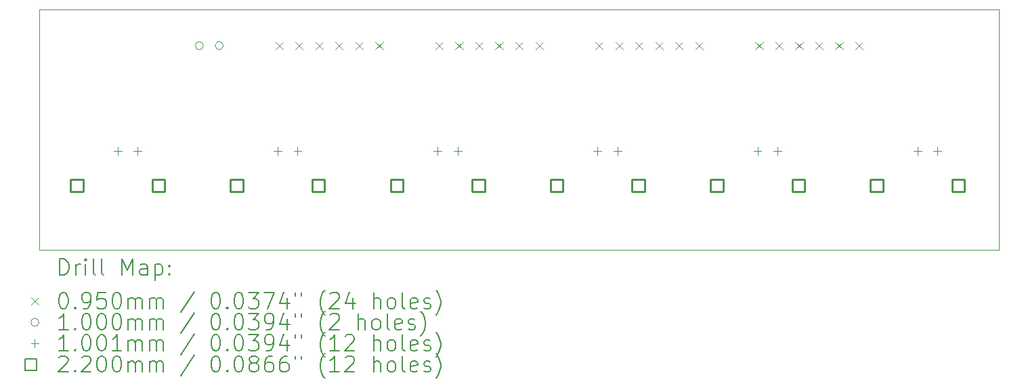
<source format=gbr>
%TF.GenerationSoftware,KiCad,Pcbnew,7.0.8*%
%TF.CreationDate,2024-02-13T18:25:40+01:00*%
%TF.ProjectId,BlankingRelay_Top1,426c616e-6b69-46e6-9752-656c61795f54,rev?*%
%TF.SameCoordinates,Original*%
%TF.FileFunction,Drillmap*%
%TF.FilePolarity,Positive*%
%FSLAX45Y45*%
G04 Gerber Fmt 4.5, Leading zero omitted, Abs format (unit mm)*
G04 Created by KiCad (PCBNEW 7.0.8) date 2024-02-13 18:25:40*
%MOMM*%
%LPD*%
G01*
G04 APERTURE LIST*
%ADD10C,0.100000*%
%ADD11C,0.200000*%
%ADD12C,0.095000*%
%ADD13C,0.100076*%
%ADD14C,0.219964*%
G04 APERTURE END LIST*
D10*
X5000000Y-5500000D02*
X17000000Y-5500000D01*
X17000000Y-8500000D01*
X5000000Y-8500000D01*
X5000000Y-5500000D01*
D11*
D12*
X7952500Y-5902500D02*
X8047500Y-5997500D01*
X8047500Y-5902500D02*
X7952500Y-5997500D01*
X8202500Y-5902500D02*
X8297500Y-5997500D01*
X8297500Y-5902500D02*
X8202500Y-5997500D01*
X8452500Y-5902500D02*
X8547500Y-5997500D01*
X8547500Y-5902500D02*
X8452500Y-5997500D01*
X8702500Y-5902500D02*
X8797500Y-5997500D01*
X8797500Y-5902500D02*
X8702500Y-5997500D01*
X8952500Y-5902500D02*
X9047500Y-5997500D01*
X9047500Y-5902500D02*
X8952500Y-5997500D01*
X9202500Y-5902500D02*
X9297500Y-5997500D01*
X9297500Y-5902500D02*
X9202500Y-5997500D01*
X9952500Y-5902500D02*
X10047500Y-5997500D01*
X10047500Y-5902500D02*
X9952500Y-5997500D01*
X10202500Y-5902500D02*
X10297500Y-5997500D01*
X10297500Y-5902500D02*
X10202500Y-5997500D01*
X10452500Y-5902500D02*
X10547500Y-5997500D01*
X10547500Y-5902500D02*
X10452500Y-5997500D01*
X10702500Y-5902500D02*
X10797500Y-5997500D01*
X10797500Y-5902500D02*
X10702500Y-5997500D01*
X10952500Y-5902500D02*
X11047500Y-5997500D01*
X11047500Y-5902500D02*
X10952500Y-5997500D01*
X11202500Y-5902500D02*
X11297500Y-5997500D01*
X11297500Y-5902500D02*
X11202500Y-5997500D01*
X11952500Y-5902500D02*
X12047500Y-5997500D01*
X12047500Y-5902500D02*
X11952500Y-5997500D01*
X12202500Y-5902500D02*
X12297500Y-5997500D01*
X12297500Y-5902500D02*
X12202500Y-5997500D01*
X12452500Y-5902500D02*
X12547500Y-5997500D01*
X12547500Y-5902500D02*
X12452500Y-5997500D01*
X12702500Y-5902500D02*
X12797500Y-5997500D01*
X12797500Y-5902500D02*
X12702500Y-5997500D01*
X12952500Y-5902500D02*
X13047500Y-5997500D01*
X13047500Y-5902500D02*
X12952500Y-5997500D01*
X13202500Y-5902500D02*
X13297500Y-5997500D01*
X13297500Y-5902500D02*
X13202500Y-5997500D01*
X13952500Y-5902500D02*
X14047500Y-5997500D01*
X14047500Y-5902500D02*
X13952500Y-5997500D01*
X14202500Y-5902500D02*
X14297500Y-5997500D01*
X14297500Y-5902500D02*
X14202500Y-5997500D01*
X14452500Y-5902500D02*
X14547500Y-5997500D01*
X14547500Y-5902500D02*
X14452500Y-5997500D01*
X14702500Y-5902500D02*
X14797500Y-5997500D01*
X14797500Y-5902500D02*
X14702500Y-5997500D01*
X14952500Y-5902500D02*
X15047500Y-5997500D01*
X15047500Y-5902500D02*
X14952500Y-5997500D01*
X15202500Y-5902500D02*
X15297500Y-5997500D01*
X15297500Y-5902500D02*
X15202500Y-5997500D01*
D10*
X7050000Y-5950000D02*
G75*
G03*
X7050000Y-5950000I-50000J0D01*
G01*
X7300000Y-5950000D02*
G75*
G03*
X7300000Y-5950000I-50000J0D01*
G01*
D13*
X5980000Y-7219836D02*
X5980000Y-7319912D01*
X5929962Y-7269874D02*
X6030038Y-7269874D01*
X6229936Y-7219836D02*
X6229936Y-7319912D01*
X6179898Y-7269874D02*
X6279974Y-7269874D01*
X7980000Y-7219836D02*
X7980000Y-7319912D01*
X7929962Y-7269874D02*
X8030038Y-7269874D01*
X8229936Y-7219836D02*
X8229936Y-7319912D01*
X8179898Y-7269874D02*
X8279974Y-7269874D01*
X9980000Y-7219836D02*
X9980000Y-7319912D01*
X9929962Y-7269874D02*
X10030038Y-7269874D01*
X10229936Y-7219836D02*
X10229936Y-7319912D01*
X10179898Y-7269874D02*
X10279974Y-7269874D01*
X11980000Y-7219836D02*
X11980000Y-7319912D01*
X11929962Y-7269874D02*
X12030038Y-7269874D01*
X12229936Y-7219836D02*
X12229936Y-7319912D01*
X12179898Y-7269874D02*
X12279974Y-7269874D01*
X13980000Y-7219836D02*
X13980000Y-7319912D01*
X13929962Y-7269874D02*
X14030038Y-7269874D01*
X14229936Y-7219836D02*
X14229936Y-7319912D01*
X14179898Y-7269874D02*
X14279974Y-7269874D01*
X15980000Y-7219836D02*
X15980000Y-7319912D01*
X15929962Y-7269874D02*
X16030038Y-7269874D01*
X16229936Y-7219836D02*
X16229936Y-7319912D01*
X16179898Y-7269874D02*
X16279974Y-7269874D01*
D14*
X5547738Y-7774110D02*
X5547738Y-7618570D01*
X5392198Y-7618570D01*
X5392198Y-7774110D01*
X5547738Y-7774110D01*
X6567548Y-7774110D02*
X6567548Y-7618570D01*
X6412008Y-7618570D01*
X6412008Y-7774110D01*
X6567548Y-7774110D01*
X7547738Y-7774110D02*
X7547738Y-7618570D01*
X7392198Y-7618570D01*
X7392198Y-7774110D01*
X7547738Y-7774110D01*
X8567548Y-7774110D02*
X8567548Y-7618570D01*
X8412008Y-7618570D01*
X8412008Y-7774110D01*
X8567548Y-7774110D01*
X9547738Y-7774110D02*
X9547738Y-7618570D01*
X9392198Y-7618570D01*
X9392198Y-7774110D01*
X9547738Y-7774110D01*
X10567548Y-7774110D02*
X10567548Y-7618570D01*
X10412008Y-7618570D01*
X10412008Y-7774110D01*
X10567548Y-7774110D01*
X11547738Y-7774110D02*
X11547738Y-7618570D01*
X11392198Y-7618570D01*
X11392198Y-7774110D01*
X11547738Y-7774110D01*
X12567548Y-7774110D02*
X12567548Y-7618570D01*
X12412008Y-7618570D01*
X12412008Y-7774110D01*
X12567548Y-7774110D01*
X13547738Y-7774110D02*
X13547738Y-7618570D01*
X13392198Y-7618570D01*
X13392198Y-7774110D01*
X13547738Y-7774110D01*
X14567548Y-7774110D02*
X14567548Y-7618570D01*
X14412008Y-7618570D01*
X14412008Y-7774110D01*
X14567548Y-7774110D01*
X15547738Y-7774110D02*
X15547738Y-7618570D01*
X15392198Y-7618570D01*
X15392198Y-7774110D01*
X15547738Y-7774110D01*
X16567548Y-7774110D02*
X16567548Y-7618570D01*
X16412008Y-7618570D01*
X16412008Y-7774110D01*
X16567548Y-7774110D01*
D11*
X5255777Y-8816484D02*
X5255777Y-8616484D01*
X5255777Y-8616484D02*
X5303396Y-8616484D01*
X5303396Y-8616484D02*
X5331967Y-8626008D01*
X5331967Y-8626008D02*
X5351015Y-8645055D01*
X5351015Y-8645055D02*
X5360539Y-8664103D01*
X5360539Y-8664103D02*
X5370063Y-8702198D01*
X5370063Y-8702198D02*
X5370063Y-8730770D01*
X5370063Y-8730770D02*
X5360539Y-8768865D01*
X5360539Y-8768865D02*
X5351015Y-8787912D01*
X5351015Y-8787912D02*
X5331967Y-8806960D01*
X5331967Y-8806960D02*
X5303396Y-8816484D01*
X5303396Y-8816484D02*
X5255777Y-8816484D01*
X5455777Y-8816484D02*
X5455777Y-8683150D01*
X5455777Y-8721246D02*
X5465301Y-8702198D01*
X5465301Y-8702198D02*
X5474824Y-8692674D01*
X5474824Y-8692674D02*
X5493872Y-8683150D01*
X5493872Y-8683150D02*
X5512920Y-8683150D01*
X5579586Y-8816484D02*
X5579586Y-8683150D01*
X5579586Y-8616484D02*
X5570063Y-8626008D01*
X5570063Y-8626008D02*
X5579586Y-8635531D01*
X5579586Y-8635531D02*
X5589110Y-8626008D01*
X5589110Y-8626008D02*
X5579586Y-8616484D01*
X5579586Y-8616484D02*
X5579586Y-8635531D01*
X5703396Y-8816484D02*
X5684348Y-8806960D01*
X5684348Y-8806960D02*
X5674824Y-8787912D01*
X5674824Y-8787912D02*
X5674824Y-8616484D01*
X5808158Y-8816484D02*
X5789110Y-8806960D01*
X5789110Y-8806960D02*
X5779586Y-8787912D01*
X5779586Y-8787912D02*
X5779586Y-8616484D01*
X6036729Y-8816484D02*
X6036729Y-8616484D01*
X6036729Y-8616484D02*
X6103396Y-8759341D01*
X6103396Y-8759341D02*
X6170062Y-8616484D01*
X6170062Y-8616484D02*
X6170062Y-8816484D01*
X6351015Y-8816484D02*
X6351015Y-8711722D01*
X6351015Y-8711722D02*
X6341491Y-8692674D01*
X6341491Y-8692674D02*
X6322443Y-8683150D01*
X6322443Y-8683150D02*
X6284348Y-8683150D01*
X6284348Y-8683150D02*
X6265301Y-8692674D01*
X6351015Y-8806960D02*
X6331967Y-8816484D01*
X6331967Y-8816484D02*
X6284348Y-8816484D01*
X6284348Y-8816484D02*
X6265301Y-8806960D01*
X6265301Y-8806960D02*
X6255777Y-8787912D01*
X6255777Y-8787912D02*
X6255777Y-8768865D01*
X6255777Y-8768865D02*
X6265301Y-8749817D01*
X6265301Y-8749817D02*
X6284348Y-8740293D01*
X6284348Y-8740293D02*
X6331967Y-8740293D01*
X6331967Y-8740293D02*
X6351015Y-8730770D01*
X6446253Y-8683150D02*
X6446253Y-8883150D01*
X6446253Y-8692674D02*
X6465301Y-8683150D01*
X6465301Y-8683150D02*
X6503396Y-8683150D01*
X6503396Y-8683150D02*
X6522443Y-8692674D01*
X6522443Y-8692674D02*
X6531967Y-8702198D01*
X6531967Y-8702198D02*
X6541491Y-8721246D01*
X6541491Y-8721246D02*
X6541491Y-8778389D01*
X6541491Y-8778389D02*
X6531967Y-8797436D01*
X6531967Y-8797436D02*
X6522443Y-8806960D01*
X6522443Y-8806960D02*
X6503396Y-8816484D01*
X6503396Y-8816484D02*
X6465301Y-8816484D01*
X6465301Y-8816484D02*
X6446253Y-8806960D01*
X6627205Y-8797436D02*
X6636729Y-8806960D01*
X6636729Y-8806960D02*
X6627205Y-8816484D01*
X6627205Y-8816484D02*
X6617682Y-8806960D01*
X6617682Y-8806960D02*
X6627205Y-8797436D01*
X6627205Y-8797436D02*
X6627205Y-8816484D01*
X6627205Y-8692674D02*
X6636729Y-8702198D01*
X6636729Y-8702198D02*
X6627205Y-8711722D01*
X6627205Y-8711722D02*
X6617682Y-8702198D01*
X6617682Y-8702198D02*
X6627205Y-8692674D01*
X6627205Y-8692674D02*
X6627205Y-8711722D01*
D12*
X4900000Y-9097500D02*
X4995000Y-9192500D01*
X4995000Y-9097500D02*
X4900000Y-9192500D01*
D11*
X5293872Y-9036484D02*
X5312920Y-9036484D01*
X5312920Y-9036484D02*
X5331967Y-9046008D01*
X5331967Y-9046008D02*
X5341491Y-9055531D01*
X5341491Y-9055531D02*
X5351015Y-9074579D01*
X5351015Y-9074579D02*
X5360539Y-9112674D01*
X5360539Y-9112674D02*
X5360539Y-9160293D01*
X5360539Y-9160293D02*
X5351015Y-9198389D01*
X5351015Y-9198389D02*
X5341491Y-9217436D01*
X5341491Y-9217436D02*
X5331967Y-9226960D01*
X5331967Y-9226960D02*
X5312920Y-9236484D01*
X5312920Y-9236484D02*
X5293872Y-9236484D01*
X5293872Y-9236484D02*
X5274824Y-9226960D01*
X5274824Y-9226960D02*
X5265301Y-9217436D01*
X5265301Y-9217436D02*
X5255777Y-9198389D01*
X5255777Y-9198389D02*
X5246253Y-9160293D01*
X5246253Y-9160293D02*
X5246253Y-9112674D01*
X5246253Y-9112674D02*
X5255777Y-9074579D01*
X5255777Y-9074579D02*
X5265301Y-9055531D01*
X5265301Y-9055531D02*
X5274824Y-9046008D01*
X5274824Y-9046008D02*
X5293872Y-9036484D01*
X5446253Y-9217436D02*
X5455777Y-9226960D01*
X5455777Y-9226960D02*
X5446253Y-9236484D01*
X5446253Y-9236484D02*
X5436729Y-9226960D01*
X5436729Y-9226960D02*
X5446253Y-9217436D01*
X5446253Y-9217436D02*
X5446253Y-9236484D01*
X5551015Y-9236484D02*
X5589110Y-9236484D01*
X5589110Y-9236484D02*
X5608158Y-9226960D01*
X5608158Y-9226960D02*
X5617682Y-9217436D01*
X5617682Y-9217436D02*
X5636729Y-9188865D01*
X5636729Y-9188865D02*
X5646253Y-9150770D01*
X5646253Y-9150770D02*
X5646253Y-9074579D01*
X5646253Y-9074579D02*
X5636729Y-9055531D01*
X5636729Y-9055531D02*
X5627205Y-9046008D01*
X5627205Y-9046008D02*
X5608158Y-9036484D01*
X5608158Y-9036484D02*
X5570063Y-9036484D01*
X5570063Y-9036484D02*
X5551015Y-9046008D01*
X5551015Y-9046008D02*
X5541491Y-9055531D01*
X5541491Y-9055531D02*
X5531967Y-9074579D01*
X5531967Y-9074579D02*
X5531967Y-9122198D01*
X5531967Y-9122198D02*
X5541491Y-9141246D01*
X5541491Y-9141246D02*
X5551015Y-9150770D01*
X5551015Y-9150770D02*
X5570063Y-9160293D01*
X5570063Y-9160293D02*
X5608158Y-9160293D01*
X5608158Y-9160293D02*
X5627205Y-9150770D01*
X5627205Y-9150770D02*
X5636729Y-9141246D01*
X5636729Y-9141246D02*
X5646253Y-9122198D01*
X5827205Y-9036484D02*
X5731967Y-9036484D01*
X5731967Y-9036484D02*
X5722443Y-9131722D01*
X5722443Y-9131722D02*
X5731967Y-9122198D01*
X5731967Y-9122198D02*
X5751015Y-9112674D01*
X5751015Y-9112674D02*
X5798634Y-9112674D01*
X5798634Y-9112674D02*
X5817682Y-9122198D01*
X5817682Y-9122198D02*
X5827205Y-9131722D01*
X5827205Y-9131722D02*
X5836729Y-9150770D01*
X5836729Y-9150770D02*
X5836729Y-9198389D01*
X5836729Y-9198389D02*
X5827205Y-9217436D01*
X5827205Y-9217436D02*
X5817682Y-9226960D01*
X5817682Y-9226960D02*
X5798634Y-9236484D01*
X5798634Y-9236484D02*
X5751015Y-9236484D01*
X5751015Y-9236484D02*
X5731967Y-9226960D01*
X5731967Y-9226960D02*
X5722443Y-9217436D01*
X5960539Y-9036484D02*
X5979586Y-9036484D01*
X5979586Y-9036484D02*
X5998634Y-9046008D01*
X5998634Y-9046008D02*
X6008158Y-9055531D01*
X6008158Y-9055531D02*
X6017682Y-9074579D01*
X6017682Y-9074579D02*
X6027205Y-9112674D01*
X6027205Y-9112674D02*
X6027205Y-9160293D01*
X6027205Y-9160293D02*
X6017682Y-9198389D01*
X6017682Y-9198389D02*
X6008158Y-9217436D01*
X6008158Y-9217436D02*
X5998634Y-9226960D01*
X5998634Y-9226960D02*
X5979586Y-9236484D01*
X5979586Y-9236484D02*
X5960539Y-9236484D01*
X5960539Y-9236484D02*
X5941491Y-9226960D01*
X5941491Y-9226960D02*
X5931967Y-9217436D01*
X5931967Y-9217436D02*
X5922443Y-9198389D01*
X5922443Y-9198389D02*
X5912920Y-9160293D01*
X5912920Y-9160293D02*
X5912920Y-9112674D01*
X5912920Y-9112674D02*
X5922443Y-9074579D01*
X5922443Y-9074579D02*
X5931967Y-9055531D01*
X5931967Y-9055531D02*
X5941491Y-9046008D01*
X5941491Y-9046008D02*
X5960539Y-9036484D01*
X6112920Y-9236484D02*
X6112920Y-9103150D01*
X6112920Y-9122198D02*
X6122443Y-9112674D01*
X6122443Y-9112674D02*
X6141491Y-9103150D01*
X6141491Y-9103150D02*
X6170063Y-9103150D01*
X6170063Y-9103150D02*
X6189110Y-9112674D01*
X6189110Y-9112674D02*
X6198634Y-9131722D01*
X6198634Y-9131722D02*
X6198634Y-9236484D01*
X6198634Y-9131722D02*
X6208158Y-9112674D01*
X6208158Y-9112674D02*
X6227205Y-9103150D01*
X6227205Y-9103150D02*
X6255777Y-9103150D01*
X6255777Y-9103150D02*
X6274824Y-9112674D01*
X6274824Y-9112674D02*
X6284348Y-9131722D01*
X6284348Y-9131722D02*
X6284348Y-9236484D01*
X6379586Y-9236484D02*
X6379586Y-9103150D01*
X6379586Y-9122198D02*
X6389110Y-9112674D01*
X6389110Y-9112674D02*
X6408158Y-9103150D01*
X6408158Y-9103150D02*
X6436729Y-9103150D01*
X6436729Y-9103150D02*
X6455777Y-9112674D01*
X6455777Y-9112674D02*
X6465301Y-9131722D01*
X6465301Y-9131722D02*
X6465301Y-9236484D01*
X6465301Y-9131722D02*
X6474824Y-9112674D01*
X6474824Y-9112674D02*
X6493872Y-9103150D01*
X6493872Y-9103150D02*
X6522443Y-9103150D01*
X6522443Y-9103150D02*
X6541491Y-9112674D01*
X6541491Y-9112674D02*
X6551015Y-9131722D01*
X6551015Y-9131722D02*
X6551015Y-9236484D01*
X6941491Y-9026960D02*
X6770063Y-9284103D01*
X7198634Y-9036484D02*
X7217682Y-9036484D01*
X7217682Y-9036484D02*
X7236729Y-9046008D01*
X7236729Y-9046008D02*
X7246253Y-9055531D01*
X7246253Y-9055531D02*
X7255777Y-9074579D01*
X7255777Y-9074579D02*
X7265301Y-9112674D01*
X7265301Y-9112674D02*
X7265301Y-9160293D01*
X7265301Y-9160293D02*
X7255777Y-9198389D01*
X7255777Y-9198389D02*
X7246253Y-9217436D01*
X7246253Y-9217436D02*
X7236729Y-9226960D01*
X7236729Y-9226960D02*
X7217682Y-9236484D01*
X7217682Y-9236484D02*
X7198634Y-9236484D01*
X7198634Y-9236484D02*
X7179586Y-9226960D01*
X7179586Y-9226960D02*
X7170063Y-9217436D01*
X7170063Y-9217436D02*
X7160539Y-9198389D01*
X7160539Y-9198389D02*
X7151015Y-9160293D01*
X7151015Y-9160293D02*
X7151015Y-9112674D01*
X7151015Y-9112674D02*
X7160539Y-9074579D01*
X7160539Y-9074579D02*
X7170063Y-9055531D01*
X7170063Y-9055531D02*
X7179586Y-9046008D01*
X7179586Y-9046008D02*
X7198634Y-9036484D01*
X7351015Y-9217436D02*
X7360539Y-9226960D01*
X7360539Y-9226960D02*
X7351015Y-9236484D01*
X7351015Y-9236484D02*
X7341491Y-9226960D01*
X7341491Y-9226960D02*
X7351015Y-9217436D01*
X7351015Y-9217436D02*
X7351015Y-9236484D01*
X7484348Y-9036484D02*
X7503396Y-9036484D01*
X7503396Y-9036484D02*
X7522444Y-9046008D01*
X7522444Y-9046008D02*
X7531967Y-9055531D01*
X7531967Y-9055531D02*
X7541491Y-9074579D01*
X7541491Y-9074579D02*
X7551015Y-9112674D01*
X7551015Y-9112674D02*
X7551015Y-9160293D01*
X7551015Y-9160293D02*
X7541491Y-9198389D01*
X7541491Y-9198389D02*
X7531967Y-9217436D01*
X7531967Y-9217436D02*
X7522444Y-9226960D01*
X7522444Y-9226960D02*
X7503396Y-9236484D01*
X7503396Y-9236484D02*
X7484348Y-9236484D01*
X7484348Y-9236484D02*
X7465301Y-9226960D01*
X7465301Y-9226960D02*
X7455777Y-9217436D01*
X7455777Y-9217436D02*
X7446253Y-9198389D01*
X7446253Y-9198389D02*
X7436729Y-9160293D01*
X7436729Y-9160293D02*
X7436729Y-9112674D01*
X7436729Y-9112674D02*
X7446253Y-9074579D01*
X7446253Y-9074579D02*
X7455777Y-9055531D01*
X7455777Y-9055531D02*
X7465301Y-9046008D01*
X7465301Y-9046008D02*
X7484348Y-9036484D01*
X7617682Y-9036484D02*
X7741491Y-9036484D01*
X7741491Y-9036484D02*
X7674825Y-9112674D01*
X7674825Y-9112674D02*
X7703396Y-9112674D01*
X7703396Y-9112674D02*
X7722444Y-9122198D01*
X7722444Y-9122198D02*
X7731967Y-9131722D01*
X7731967Y-9131722D02*
X7741491Y-9150770D01*
X7741491Y-9150770D02*
X7741491Y-9198389D01*
X7741491Y-9198389D02*
X7731967Y-9217436D01*
X7731967Y-9217436D02*
X7722444Y-9226960D01*
X7722444Y-9226960D02*
X7703396Y-9236484D01*
X7703396Y-9236484D02*
X7646253Y-9236484D01*
X7646253Y-9236484D02*
X7627206Y-9226960D01*
X7627206Y-9226960D02*
X7617682Y-9217436D01*
X7808158Y-9036484D02*
X7941491Y-9036484D01*
X7941491Y-9036484D02*
X7855777Y-9236484D01*
X8103396Y-9103150D02*
X8103396Y-9236484D01*
X8055777Y-9026960D02*
X8008158Y-9169817D01*
X8008158Y-9169817D02*
X8131967Y-9169817D01*
X8198634Y-9036484D02*
X8198634Y-9074579D01*
X8274825Y-9036484D02*
X8274825Y-9074579D01*
X8570063Y-9312674D02*
X8560539Y-9303150D01*
X8560539Y-9303150D02*
X8541491Y-9274579D01*
X8541491Y-9274579D02*
X8531968Y-9255531D01*
X8531968Y-9255531D02*
X8522444Y-9226960D01*
X8522444Y-9226960D02*
X8512920Y-9179341D01*
X8512920Y-9179341D02*
X8512920Y-9141246D01*
X8512920Y-9141246D02*
X8522444Y-9093627D01*
X8522444Y-9093627D02*
X8531968Y-9065055D01*
X8531968Y-9065055D02*
X8541491Y-9046008D01*
X8541491Y-9046008D02*
X8560539Y-9017436D01*
X8560539Y-9017436D02*
X8570063Y-9007912D01*
X8636730Y-9055531D02*
X8646253Y-9046008D01*
X8646253Y-9046008D02*
X8665301Y-9036484D01*
X8665301Y-9036484D02*
X8712920Y-9036484D01*
X8712920Y-9036484D02*
X8731968Y-9046008D01*
X8731968Y-9046008D02*
X8741491Y-9055531D01*
X8741491Y-9055531D02*
X8751015Y-9074579D01*
X8751015Y-9074579D02*
X8751015Y-9093627D01*
X8751015Y-9093627D02*
X8741491Y-9122198D01*
X8741491Y-9122198D02*
X8627206Y-9236484D01*
X8627206Y-9236484D02*
X8751015Y-9236484D01*
X8922444Y-9103150D02*
X8922444Y-9236484D01*
X8874825Y-9026960D02*
X8827206Y-9169817D01*
X8827206Y-9169817D02*
X8951015Y-9169817D01*
X9179587Y-9236484D02*
X9179587Y-9036484D01*
X9265301Y-9236484D02*
X9265301Y-9131722D01*
X9265301Y-9131722D02*
X9255777Y-9112674D01*
X9255777Y-9112674D02*
X9236730Y-9103150D01*
X9236730Y-9103150D02*
X9208158Y-9103150D01*
X9208158Y-9103150D02*
X9189111Y-9112674D01*
X9189111Y-9112674D02*
X9179587Y-9122198D01*
X9389111Y-9236484D02*
X9370063Y-9226960D01*
X9370063Y-9226960D02*
X9360539Y-9217436D01*
X9360539Y-9217436D02*
X9351015Y-9198389D01*
X9351015Y-9198389D02*
X9351015Y-9141246D01*
X9351015Y-9141246D02*
X9360539Y-9122198D01*
X9360539Y-9122198D02*
X9370063Y-9112674D01*
X9370063Y-9112674D02*
X9389111Y-9103150D01*
X9389111Y-9103150D02*
X9417682Y-9103150D01*
X9417682Y-9103150D02*
X9436730Y-9112674D01*
X9436730Y-9112674D02*
X9446253Y-9122198D01*
X9446253Y-9122198D02*
X9455777Y-9141246D01*
X9455777Y-9141246D02*
X9455777Y-9198389D01*
X9455777Y-9198389D02*
X9446253Y-9217436D01*
X9446253Y-9217436D02*
X9436730Y-9226960D01*
X9436730Y-9226960D02*
X9417682Y-9236484D01*
X9417682Y-9236484D02*
X9389111Y-9236484D01*
X9570063Y-9236484D02*
X9551015Y-9226960D01*
X9551015Y-9226960D02*
X9541492Y-9207912D01*
X9541492Y-9207912D02*
X9541492Y-9036484D01*
X9722444Y-9226960D02*
X9703396Y-9236484D01*
X9703396Y-9236484D02*
X9665301Y-9236484D01*
X9665301Y-9236484D02*
X9646253Y-9226960D01*
X9646253Y-9226960D02*
X9636730Y-9207912D01*
X9636730Y-9207912D02*
X9636730Y-9131722D01*
X9636730Y-9131722D02*
X9646253Y-9112674D01*
X9646253Y-9112674D02*
X9665301Y-9103150D01*
X9665301Y-9103150D02*
X9703396Y-9103150D01*
X9703396Y-9103150D02*
X9722444Y-9112674D01*
X9722444Y-9112674D02*
X9731968Y-9131722D01*
X9731968Y-9131722D02*
X9731968Y-9150770D01*
X9731968Y-9150770D02*
X9636730Y-9169817D01*
X9808158Y-9226960D02*
X9827206Y-9236484D01*
X9827206Y-9236484D02*
X9865301Y-9236484D01*
X9865301Y-9236484D02*
X9884349Y-9226960D01*
X9884349Y-9226960D02*
X9893873Y-9207912D01*
X9893873Y-9207912D02*
X9893873Y-9198389D01*
X9893873Y-9198389D02*
X9884349Y-9179341D01*
X9884349Y-9179341D02*
X9865301Y-9169817D01*
X9865301Y-9169817D02*
X9836730Y-9169817D01*
X9836730Y-9169817D02*
X9817682Y-9160293D01*
X9817682Y-9160293D02*
X9808158Y-9141246D01*
X9808158Y-9141246D02*
X9808158Y-9131722D01*
X9808158Y-9131722D02*
X9817682Y-9112674D01*
X9817682Y-9112674D02*
X9836730Y-9103150D01*
X9836730Y-9103150D02*
X9865301Y-9103150D01*
X9865301Y-9103150D02*
X9884349Y-9112674D01*
X9960539Y-9312674D02*
X9970063Y-9303150D01*
X9970063Y-9303150D02*
X9989111Y-9274579D01*
X9989111Y-9274579D02*
X9998634Y-9255531D01*
X9998634Y-9255531D02*
X10008158Y-9226960D01*
X10008158Y-9226960D02*
X10017682Y-9179341D01*
X10017682Y-9179341D02*
X10017682Y-9141246D01*
X10017682Y-9141246D02*
X10008158Y-9093627D01*
X10008158Y-9093627D02*
X9998634Y-9065055D01*
X9998634Y-9065055D02*
X9989111Y-9046008D01*
X9989111Y-9046008D02*
X9970063Y-9017436D01*
X9970063Y-9017436D02*
X9960539Y-9007912D01*
D10*
X4995000Y-9409000D02*
G75*
G03*
X4995000Y-9409000I-50000J0D01*
G01*
D11*
X5360539Y-9500484D02*
X5246253Y-9500484D01*
X5303396Y-9500484D02*
X5303396Y-9300484D01*
X5303396Y-9300484D02*
X5284348Y-9329055D01*
X5284348Y-9329055D02*
X5265301Y-9348103D01*
X5265301Y-9348103D02*
X5246253Y-9357627D01*
X5446253Y-9481436D02*
X5455777Y-9490960D01*
X5455777Y-9490960D02*
X5446253Y-9500484D01*
X5446253Y-9500484D02*
X5436729Y-9490960D01*
X5436729Y-9490960D02*
X5446253Y-9481436D01*
X5446253Y-9481436D02*
X5446253Y-9500484D01*
X5579586Y-9300484D02*
X5598634Y-9300484D01*
X5598634Y-9300484D02*
X5617682Y-9310008D01*
X5617682Y-9310008D02*
X5627205Y-9319531D01*
X5627205Y-9319531D02*
X5636729Y-9338579D01*
X5636729Y-9338579D02*
X5646253Y-9376674D01*
X5646253Y-9376674D02*
X5646253Y-9424293D01*
X5646253Y-9424293D02*
X5636729Y-9462389D01*
X5636729Y-9462389D02*
X5627205Y-9481436D01*
X5627205Y-9481436D02*
X5617682Y-9490960D01*
X5617682Y-9490960D02*
X5598634Y-9500484D01*
X5598634Y-9500484D02*
X5579586Y-9500484D01*
X5579586Y-9500484D02*
X5560539Y-9490960D01*
X5560539Y-9490960D02*
X5551015Y-9481436D01*
X5551015Y-9481436D02*
X5541491Y-9462389D01*
X5541491Y-9462389D02*
X5531967Y-9424293D01*
X5531967Y-9424293D02*
X5531967Y-9376674D01*
X5531967Y-9376674D02*
X5541491Y-9338579D01*
X5541491Y-9338579D02*
X5551015Y-9319531D01*
X5551015Y-9319531D02*
X5560539Y-9310008D01*
X5560539Y-9310008D02*
X5579586Y-9300484D01*
X5770062Y-9300484D02*
X5789110Y-9300484D01*
X5789110Y-9300484D02*
X5808158Y-9310008D01*
X5808158Y-9310008D02*
X5817682Y-9319531D01*
X5817682Y-9319531D02*
X5827205Y-9338579D01*
X5827205Y-9338579D02*
X5836729Y-9376674D01*
X5836729Y-9376674D02*
X5836729Y-9424293D01*
X5836729Y-9424293D02*
X5827205Y-9462389D01*
X5827205Y-9462389D02*
X5817682Y-9481436D01*
X5817682Y-9481436D02*
X5808158Y-9490960D01*
X5808158Y-9490960D02*
X5789110Y-9500484D01*
X5789110Y-9500484D02*
X5770062Y-9500484D01*
X5770062Y-9500484D02*
X5751015Y-9490960D01*
X5751015Y-9490960D02*
X5741491Y-9481436D01*
X5741491Y-9481436D02*
X5731967Y-9462389D01*
X5731967Y-9462389D02*
X5722443Y-9424293D01*
X5722443Y-9424293D02*
X5722443Y-9376674D01*
X5722443Y-9376674D02*
X5731967Y-9338579D01*
X5731967Y-9338579D02*
X5741491Y-9319531D01*
X5741491Y-9319531D02*
X5751015Y-9310008D01*
X5751015Y-9310008D02*
X5770062Y-9300484D01*
X5960539Y-9300484D02*
X5979586Y-9300484D01*
X5979586Y-9300484D02*
X5998634Y-9310008D01*
X5998634Y-9310008D02*
X6008158Y-9319531D01*
X6008158Y-9319531D02*
X6017682Y-9338579D01*
X6017682Y-9338579D02*
X6027205Y-9376674D01*
X6027205Y-9376674D02*
X6027205Y-9424293D01*
X6027205Y-9424293D02*
X6017682Y-9462389D01*
X6017682Y-9462389D02*
X6008158Y-9481436D01*
X6008158Y-9481436D02*
X5998634Y-9490960D01*
X5998634Y-9490960D02*
X5979586Y-9500484D01*
X5979586Y-9500484D02*
X5960539Y-9500484D01*
X5960539Y-9500484D02*
X5941491Y-9490960D01*
X5941491Y-9490960D02*
X5931967Y-9481436D01*
X5931967Y-9481436D02*
X5922443Y-9462389D01*
X5922443Y-9462389D02*
X5912920Y-9424293D01*
X5912920Y-9424293D02*
X5912920Y-9376674D01*
X5912920Y-9376674D02*
X5922443Y-9338579D01*
X5922443Y-9338579D02*
X5931967Y-9319531D01*
X5931967Y-9319531D02*
X5941491Y-9310008D01*
X5941491Y-9310008D02*
X5960539Y-9300484D01*
X6112920Y-9500484D02*
X6112920Y-9367150D01*
X6112920Y-9386198D02*
X6122443Y-9376674D01*
X6122443Y-9376674D02*
X6141491Y-9367150D01*
X6141491Y-9367150D02*
X6170063Y-9367150D01*
X6170063Y-9367150D02*
X6189110Y-9376674D01*
X6189110Y-9376674D02*
X6198634Y-9395722D01*
X6198634Y-9395722D02*
X6198634Y-9500484D01*
X6198634Y-9395722D02*
X6208158Y-9376674D01*
X6208158Y-9376674D02*
X6227205Y-9367150D01*
X6227205Y-9367150D02*
X6255777Y-9367150D01*
X6255777Y-9367150D02*
X6274824Y-9376674D01*
X6274824Y-9376674D02*
X6284348Y-9395722D01*
X6284348Y-9395722D02*
X6284348Y-9500484D01*
X6379586Y-9500484D02*
X6379586Y-9367150D01*
X6379586Y-9386198D02*
X6389110Y-9376674D01*
X6389110Y-9376674D02*
X6408158Y-9367150D01*
X6408158Y-9367150D02*
X6436729Y-9367150D01*
X6436729Y-9367150D02*
X6455777Y-9376674D01*
X6455777Y-9376674D02*
X6465301Y-9395722D01*
X6465301Y-9395722D02*
X6465301Y-9500484D01*
X6465301Y-9395722D02*
X6474824Y-9376674D01*
X6474824Y-9376674D02*
X6493872Y-9367150D01*
X6493872Y-9367150D02*
X6522443Y-9367150D01*
X6522443Y-9367150D02*
X6541491Y-9376674D01*
X6541491Y-9376674D02*
X6551015Y-9395722D01*
X6551015Y-9395722D02*
X6551015Y-9500484D01*
X6941491Y-9290960D02*
X6770063Y-9548103D01*
X7198634Y-9300484D02*
X7217682Y-9300484D01*
X7217682Y-9300484D02*
X7236729Y-9310008D01*
X7236729Y-9310008D02*
X7246253Y-9319531D01*
X7246253Y-9319531D02*
X7255777Y-9338579D01*
X7255777Y-9338579D02*
X7265301Y-9376674D01*
X7265301Y-9376674D02*
X7265301Y-9424293D01*
X7265301Y-9424293D02*
X7255777Y-9462389D01*
X7255777Y-9462389D02*
X7246253Y-9481436D01*
X7246253Y-9481436D02*
X7236729Y-9490960D01*
X7236729Y-9490960D02*
X7217682Y-9500484D01*
X7217682Y-9500484D02*
X7198634Y-9500484D01*
X7198634Y-9500484D02*
X7179586Y-9490960D01*
X7179586Y-9490960D02*
X7170063Y-9481436D01*
X7170063Y-9481436D02*
X7160539Y-9462389D01*
X7160539Y-9462389D02*
X7151015Y-9424293D01*
X7151015Y-9424293D02*
X7151015Y-9376674D01*
X7151015Y-9376674D02*
X7160539Y-9338579D01*
X7160539Y-9338579D02*
X7170063Y-9319531D01*
X7170063Y-9319531D02*
X7179586Y-9310008D01*
X7179586Y-9310008D02*
X7198634Y-9300484D01*
X7351015Y-9481436D02*
X7360539Y-9490960D01*
X7360539Y-9490960D02*
X7351015Y-9500484D01*
X7351015Y-9500484D02*
X7341491Y-9490960D01*
X7341491Y-9490960D02*
X7351015Y-9481436D01*
X7351015Y-9481436D02*
X7351015Y-9500484D01*
X7484348Y-9300484D02*
X7503396Y-9300484D01*
X7503396Y-9300484D02*
X7522444Y-9310008D01*
X7522444Y-9310008D02*
X7531967Y-9319531D01*
X7531967Y-9319531D02*
X7541491Y-9338579D01*
X7541491Y-9338579D02*
X7551015Y-9376674D01*
X7551015Y-9376674D02*
X7551015Y-9424293D01*
X7551015Y-9424293D02*
X7541491Y-9462389D01*
X7541491Y-9462389D02*
X7531967Y-9481436D01*
X7531967Y-9481436D02*
X7522444Y-9490960D01*
X7522444Y-9490960D02*
X7503396Y-9500484D01*
X7503396Y-9500484D02*
X7484348Y-9500484D01*
X7484348Y-9500484D02*
X7465301Y-9490960D01*
X7465301Y-9490960D02*
X7455777Y-9481436D01*
X7455777Y-9481436D02*
X7446253Y-9462389D01*
X7446253Y-9462389D02*
X7436729Y-9424293D01*
X7436729Y-9424293D02*
X7436729Y-9376674D01*
X7436729Y-9376674D02*
X7446253Y-9338579D01*
X7446253Y-9338579D02*
X7455777Y-9319531D01*
X7455777Y-9319531D02*
X7465301Y-9310008D01*
X7465301Y-9310008D02*
X7484348Y-9300484D01*
X7617682Y-9300484D02*
X7741491Y-9300484D01*
X7741491Y-9300484D02*
X7674825Y-9376674D01*
X7674825Y-9376674D02*
X7703396Y-9376674D01*
X7703396Y-9376674D02*
X7722444Y-9386198D01*
X7722444Y-9386198D02*
X7731967Y-9395722D01*
X7731967Y-9395722D02*
X7741491Y-9414770D01*
X7741491Y-9414770D02*
X7741491Y-9462389D01*
X7741491Y-9462389D02*
X7731967Y-9481436D01*
X7731967Y-9481436D02*
X7722444Y-9490960D01*
X7722444Y-9490960D02*
X7703396Y-9500484D01*
X7703396Y-9500484D02*
X7646253Y-9500484D01*
X7646253Y-9500484D02*
X7627206Y-9490960D01*
X7627206Y-9490960D02*
X7617682Y-9481436D01*
X7836729Y-9500484D02*
X7874825Y-9500484D01*
X7874825Y-9500484D02*
X7893872Y-9490960D01*
X7893872Y-9490960D02*
X7903396Y-9481436D01*
X7903396Y-9481436D02*
X7922444Y-9452865D01*
X7922444Y-9452865D02*
X7931967Y-9414770D01*
X7931967Y-9414770D02*
X7931967Y-9338579D01*
X7931967Y-9338579D02*
X7922444Y-9319531D01*
X7922444Y-9319531D02*
X7912920Y-9310008D01*
X7912920Y-9310008D02*
X7893872Y-9300484D01*
X7893872Y-9300484D02*
X7855777Y-9300484D01*
X7855777Y-9300484D02*
X7836729Y-9310008D01*
X7836729Y-9310008D02*
X7827206Y-9319531D01*
X7827206Y-9319531D02*
X7817682Y-9338579D01*
X7817682Y-9338579D02*
X7817682Y-9386198D01*
X7817682Y-9386198D02*
X7827206Y-9405246D01*
X7827206Y-9405246D02*
X7836729Y-9414770D01*
X7836729Y-9414770D02*
X7855777Y-9424293D01*
X7855777Y-9424293D02*
X7893872Y-9424293D01*
X7893872Y-9424293D02*
X7912920Y-9414770D01*
X7912920Y-9414770D02*
X7922444Y-9405246D01*
X7922444Y-9405246D02*
X7931967Y-9386198D01*
X8103396Y-9367150D02*
X8103396Y-9500484D01*
X8055777Y-9290960D02*
X8008158Y-9433817D01*
X8008158Y-9433817D02*
X8131967Y-9433817D01*
X8198634Y-9300484D02*
X8198634Y-9338579D01*
X8274825Y-9300484D02*
X8274825Y-9338579D01*
X8570063Y-9576674D02*
X8560539Y-9567150D01*
X8560539Y-9567150D02*
X8541491Y-9538579D01*
X8541491Y-9538579D02*
X8531968Y-9519531D01*
X8531968Y-9519531D02*
X8522444Y-9490960D01*
X8522444Y-9490960D02*
X8512920Y-9443341D01*
X8512920Y-9443341D02*
X8512920Y-9405246D01*
X8512920Y-9405246D02*
X8522444Y-9357627D01*
X8522444Y-9357627D02*
X8531968Y-9329055D01*
X8531968Y-9329055D02*
X8541491Y-9310008D01*
X8541491Y-9310008D02*
X8560539Y-9281436D01*
X8560539Y-9281436D02*
X8570063Y-9271912D01*
X8636730Y-9319531D02*
X8646253Y-9310008D01*
X8646253Y-9310008D02*
X8665301Y-9300484D01*
X8665301Y-9300484D02*
X8712920Y-9300484D01*
X8712920Y-9300484D02*
X8731968Y-9310008D01*
X8731968Y-9310008D02*
X8741491Y-9319531D01*
X8741491Y-9319531D02*
X8751015Y-9338579D01*
X8751015Y-9338579D02*
X8751015Y-9357627D01*
X8751015Y-9357627D02*
X8741491Y-9386198D01*
X8741491Y-9386198D02*
X8627206Y-9500484D01*
X8627206Y-9500484D02*
X8751015Y-9500484D01*
X8989111Y-9500484D02*
X8989111Y-9300484D01*
X9074825Y-9500484D02*
X9074825Y-9395722D01*
X9074825Y-9395722D02*
X9065301Y-9376674D01*
X9065301Y-9376674D02*
X9046253Y-9367150D01*
X9046253Y-9367150D02*
X9017682Y-9367150D01*
X9017682Y-9367150D02*
X8998634Y-9376674D01*
X8998634Y-9376674D02*
X8989111Y-9386198D01*
X9198634Y-9500484D02*
X9179587Y-9490960D01*
X9179587Y-9490960D02*
X9170063Y-9481436D01*
X9170063Y-9481436D02*
X9160539Y-9462389D01*
X9160539Y-9462389D02*
X9160539Y-9405246D01*
X9160539Y-9405246D02*
X9170063Y-9386198D01*
X9170063Y-9386198D02*
X9179587Y-9376674D01*
X9179587Y-9376674D02*
X9198634Y-9367150D01*
X9198634Y-9367150D02*
X9227206Y-9367150D01*
X9227206Y-9367150D02*
X9246253Y-9376674D01*
X9246253Y-9376674D02*
X9255777Y-9386198D01*
X9255777Y-9386198D02*
X9265301Y-9405246D01*
X9265301Y-9405246D02*
X9265301Y-9462389D01*
X9265301Y-9462389D02*
X9255777Y-9481436D01*
X9255777Y-9481436D02*
X9246253Y-9490960D01*
X9246253Y-9490960D02*
X9227206Y-9500484D01*
X9227206Y-9500484D02*
X9198634Y-9500484D01*
X9379587Y-9500484D02*
X9360539Y-9490960D01*
X9360539Y-9490960D02*
X9351015Y-9471912D01*
X9351015Y-9471912D02*
X9351015Y-9300484D01*
X9531968Y-9490960D02*
X9512920Y-9500484D01*
X9512920Y-9500484D02*
X9474825Y-9500484D01*
X9474825Y-9500484D02*
X9455777Y-9490960D01*
X9455777Y-9490960D02*
X9446253Y-9471912D01*
X9446253Y-9471912D02*
X9446253Y-9395722D01*
X9446253Y-9395722D02*
X9455777Y-9376674D01*
X9455777Y-9376674D02*
X9474825Y-9367150D01*
X9474825Y-9367150D02*
X9512920Y-9367150D01*
X9512920Y-9367150D02*
X9531968Y-9376674D01*
X9531968Y-9376674D02*
X9541492Y-9395722D01*
X9541492Y-9395722D02*
X9541492Y-9414770D01*
X9541492Y-9414770D02*
X9446253Y-9433817D01*
X9617682Y-9490960D02*
X9636730Y-9500484D01*
X9636730Y-9500484D02*
X9674825Y-9500484D01*
X9674825Y-9500484D02*
X9693873Y-9490960D01*
X9693873Y-9490960D02*
X9703396Y-9471912D01*
X9703396Y-9471912D02*
X9703396Y-9462389D01*
X9703396Y-9462389D02*
X9693873Y-9443341D01*
X9693873Y-9443341D02*
X9674825Y-9433817D01*
X9674825Y-9433817D02*
X9646253Y-9433817D01*
X9646253Y-9433817D02*
X9627206Y-9424293D01*
X9627206Y-9424293D02*
X9617682Y-9405246D01*
X9617682Y-9405246D02*
X9617682Y-9395722D01*
X9617682Y-9395722D02*
X9627206Y-9376674D01*
X9627206Y-9376674D02*
X9646253Y-9367150D01*
X9646253Y-9367150D02*
X9674825Y-9367150D01*
X9674825Y-9367150D02*
X9693873Y-9376674D01*
X9770063Y-9576674D02*
X9779587Y-9567150D01*
X9779587Y-9567150D02*
X9798634Y-9538579D01*
X9798634Y-9538579D02*
X9808158Y-9519531D01*
X9808158Y-9519531D02*
X9817682Y-9490960D01*
X9817682Y-9490960D02*
X9827206Y-9443341D01*
X9827206Y-9443341D02*
X9827206Y-9405246D01*
X9827206Y-9405246D02*
X9817682Y-9357627D01*
X9817682Y-9357627D02*
X9808158Y-9329055D01*
X9808158Y-9329055D02*
X9798634Y-9310008D01*
X9798634Y-9310008D02*
X9779587Y-9281436D01*
X9779587Y-9281436D02*
X9770063Y-9271912D01*
D13*
X4944962Y-9622962D02*
X4944962Y-9723038D01*
X4894924Y-9673000D02*
X4995000Y-9673000D01*
D11*
X5360539Y-9764484D02*
X5246253Y-9764484D01*
X5303396Y-9764484D02*
X5303396Y-9564484D01*
X5303396Y-9564484D02*
X5284348Y-9593055D01*
X5284348Y-9593055D02*
X5265301Y-9612103D01*
X5265301Y-9612103D02*
X5246253Y-9621627D01*
X5446253Y-9745436D02*
X5455777Y-9754960D01*
X5455777Y-9754960D02*
X5446253Y-9764484D01*
X5446253Y-9764484D02*
X5436729Y-9754960D01*
X5436729Y-9754960D02*
X5446253Y-9745436D01*
X5446253Y-9745436D02*
X5446253Y-9764484D01*
X5579586Y-9564484D02*
X5598634Y-9564484D01*
X5598634Y-9564484D02*
X5617682Y-9574008D01*
X5617682Y-9574008D02*
X5627205Y-9583531D01*
X5627205Y-9583531D02*
X5636729Y-9602579D01*
X5636729Y-9602579D02*
X5646253Y-9640674D01*
X5646253Y-9640674D02*
X5646253Y-9688293D01*
X5646253Y-9688293D02*
X5636729Y-9726389D01*
X5636729Y-9726389D02*
X5627205Y-9745436D01*
X5627205Y-9745436D02*
X5617682Y-9754960D01*
X5617682Y-9754960D02*
X5598634Y-9764484D01*
X5598634Y-9764484D02*
X5579586Y-9764484D01*
X5579586Y-9764484D02*
X5560539Y-9754960D01*
X5560539Y-9754960D02*
X5551015Y-9745436D01*
X5551015Y-9745436D02*
X5541491Y-9726389D01*
X5541491Y-9726389D02*
X5531967Y-9688293D01*
X5531967Y-9688293D02*
X5531967Y-9640674D01*
X5531967Y-9640674D02*
X5541491Y-9602579D01*
X5541491Y-9602579D02*
X5551015Y-9583531D01*
X5551015Y-9583531D02*
X5560539Y-9574008D01*
X5560539Y-9574008D02*
X5579586Y-9564484D01*
X5770062Y-9564484D02*
X5789110Y-9564484D01*
X5789110Y-9564484D02*
X5808158Y-9574008D01*
X5808158Y-9574008D02*
X5817682Y-9583531D01*
X5817682Y-9583531D02*
X5827205Y-9602579D01*
X5827205Y-9602579D02*
X5836729Y-9640674D01*
X5836729Y-9640674D02*
X5836729Y-9688293D01*
X5836729Y-9688293D02*
X5827205Y-9726389D01*
X5827205Y-9726389D02*
X5817682Y-9745436D01*
X5817682Y-9745436D02*
X5808158Y-9754960D01*
X5808158Y-9754960D02*
X5789110Y-9764484D01*
X5789110Y-9764484D02*
X5770062Y-9764484D01*
X5770062Y-9764484D02*
X5751015Y-9754960D01*
X5751015Y-9754960D02*
X5741491Y-9745436D01*
X5741491Y-9745436D02*
X5731967Y-9726389D01*
X5731967Y-9726389D02*
X5722443Y-9688293D01*
X5722443Y-9688293D02*
X5722443Y-9640674D01*
X5722443Y-9640674D02*
X5731967Y-9602579D01*
X5731967Y-9602579D02*
X5741491Y-9583531D01*
X5741491Y-9583531D02*
X5751015Y-9574008D01*
X5751015Y-9574008D02*
X5770062Y-9564484D01*
X6027205Y-9764484D02*
X5912920Y-9764484D01*
X5970062Y-9764484D02*
X5970062Y-9564484D01*
X5970062Y-9564484D02*
X5951015Y-9593055D01*
X5951015Y-9593055D02*
X5931967Y-9612103D01*
X5931967Y-9612103D02*
X5912920Y-9621627D01*
X6112920Y-9764484D02*
X6112920Y-9631150D01*
X6112920Y-9650198D02*
X6122443Y-9640674D01*
X6122443Y-9640674D02*
X6141491Y-9631150D01*
X6141491Y-9631150D02*
X6170063Y-9631150D01*
X6170063Y-9631150D02*
X6189110Y-9640674D01*
X6189110Y-9640674D02*
X6198634Y-9659722D01*
X6198634Y-9659722D02*
X6198634Y-9764484D01*
X6198634Y-9659722D02*
X6208158Y-9640674D01*
X6208158Y-9640674D02*
X6227205Y-9631150D01*
X6227205Y-9631150D02*
X6255777Y-9631150D01*
X6255777Y-9631150D02*
X6274824Y-9640674D01*
X6274824Y-9640674D02*
X6284348Y-9659722D01*
X6284348Y-9659722D02*
X6284348Y-9764484D01*
X6379586Y-9764484D02*
X6379586Y-9631150D01*
X6379586Y-9650198D02*
X6389110Y-9640674D01*
X6389110Y-9640674D02*
X6408158Y-9631150D01*
X6408158Y-9631150D02*
X6436729Y-9631150D01*
X6436729Y-9631150D02*
X6455777Y-9640674D01*
X6455777Y-9640674D02*
X6465301Y-9659722D01*
X6465301Y-9659722D02*
X6465301Y-9764484D01*
X6465301Y-9659722D02*
X6474824Y-9640674D01*
X6474824Y-9640674D02*
X6493872Y-9631150D01*
X6493872Y-9631150D02*
X6522443Y-9631150D01*
X6522443Y-9631150D02*
X6541491Y-9640674D01*
X6541491Y-9640674D02*
X6551015Y-9659722D01*
X6551015Y-9659722D02*
X6551015Y-9764484D01*
X6941491Y-9554960D02*
X6770063Y-9812103D01*
X7198634Y-9564484D02*
X7217682Y-9564484D01*
X7217682Y-9564484D02*
X7236729Y-9574008D01*
X7236729Y-9574008D02*
X7246253Y-9583531D01*
X7246253Y-9583531D02*
X7255777Y-9602579D01*
X7255777Y-9602579D02*
X7265301Y-9640674D01*
X7265301Y-9640674D02*
X7265301Y-9688293D01*
X7265301Y-9688293D02*
X7255777Y-9726389D01*
X7255777Y-9726389D02*
X7246253Y-9745436D01*
X7246253Y-9745436D02*
X7236729Y-9754960D01*
X7236729Y-9754960D02*
X7217682Y-9764484D01*
X7217682Y-9764484D02*
X7198634Y-9764484D01*
X7198634Y-9764484D02*
X7179586Y-9754960D01*
X7179586Y-9754960D02*
X7170063Y-9745436D01*
X7170063Y-9745436D02*
X7160539Y-9726389D01*
X7160539Y-9726389D02*
X7151015Y-9688293D01*
X7151015Y-9688293D02*
X7151015Y-9640674D01*
X7151015Y-9640674D02*
X7160539Y-9602579D01*
X7160539Y-9602579D02*
X7170063Y-9583531D01*
X7170063Y-9583531D02*
X7179586Y-9574008D01*
X7179586Y-9574008D02*
X7198634Y-9564484D01*
X7351015Y-9745436D02*
X7360539Y-9754960D01*
X7360539Y-9754960D02*
X7351015Y-9764484D01*
X7351015Y-9764484D02*
X7341491Y-9754960D01*
X7341491Y-9754960D02*
X7351015Y-9745436D01*
X7351015Y-9745436D02*
X7351015Y-9764484D01*
X7484348Y-9564484D02*
X7503396Y-9564484D01*
X7503396Y-9564484D02*
X7522444Y-9574008D01*
X7522444Y-9574008D02*
X7531967Y-9583531D01*
X7531967Y-9583531D02*
X7541491Y-9602579D01*
X7541491Y-9602579D02*
X7551015Y-9640674D01*
X7551015Y-9640674D02*
X7551015Y-9688293D01*
X7551015Y-9688293D02*
X7541491Y-9726389D01*
X7541491Y-9726389D02*
X7531967Y-9745436D01*
X7531967Y-9745436D02*
X7522444Y-9754960D01*
X7522444Y-9754960D02*
X7503396Y-9764484D01*
X7503396Y-9764484D02*
X7484348Y-9764484D01*
X7484348Y-9764484D02*
X7465301Y-9754960D01*
X7465301Y-9754960D02*
X7455777Y-9745436D01*
X7455777Y-9745436D02*
X7446253Y-9726389D01*
X7446253Y-9726389D02*
X7436729Y-9688293D01*
X7436729Y-9688293D02*
X7436729Y-9640674D01*
X7436729Y-9640674D02*
X7446253Y-9602579D01*
X7446253Y-9602579D02*
X7455777Y-9583531D01*
X7455777Y-9583531D02*
X7465301Y-9574008D01*
X7465301Y-9574008D02*
X7484348Y-9564484D01*
X7617682Y-9564484D02*
X7741491Y-9564484D01*
X7741491Y-9564484D02*
X7674825Y-9640674D01*
X7674825Y-9640674D02*
X7703396Y-9640674D01*
X7703396Y-9640674D02*
X7722444Y-9650198D01*
X7722444Y-9650198D02*
X7731967Y-9659722D01*
X7731967Y-9659722D02*
X7741491Y-9678770D01*
X7741491Y-9678770D02*
X7741491Y-9726389D01*
X7741491Y-9726389D02*
X7731967Y-9745436D01*
X7731967Y-9745436D02*
X7722444Y-9754960D01*
X7722444Y-9754960D02*
X7703396Y-9764484D01*
X7703396Y-9764484D02*
X7646253Y-9764484D01*
X7646253Y-9764484D02*
X7627206Y-9754960D01*
X7627206Y-9754960D02*
X7617682Y-9745436D01*
X7836729Y-9764484D02*
X7874825Y-9764484D01*
X7874825Y-9764484D02*
X7893872Y-9754960D01*
X7893872Y-9754960D02*
X7903396Y-9745436D01*
X7903396Y-9745436D02*
X7922444Y-9716865D01*
X7922444Y-9716865D02*
X7931967Y-9678770D01*
X7931967Y-9678770D02*
X7931967Y-9602579D01*
X7931967Y-9602579D02*
X7922444Y-9583531D01*
X7922444Y-9583531D02*
X7912920Y-9574008D01*
X7912920Y-9574008D02*
X7893872Y-9564484D01*
X7893872Y-9564484D02*
X7855777Y-9564484D01*
X7855777Y-9564484D02*
X7836729Y-9574008D01*
X7836729Y-9574008D02*
X7827206Y-9583531D01*
X7827206Y-9583531D02*
X7817682Y-9602579D01*
X7817682Y-9602579D02*
X7817682Y-9650198D01*
X7817682Y-9650198D02*
X7827206Y-9669246D01*
X7827206Y-9669246D02*
X7836729Y-9678770D01*
X7836729Y-9678770D02*
X7855777Y-9688293D01*
X7855777Y-9688293D02*
X7893872Y-9688293D01*
X7893872Y-9688293D02*
X7912920Y-9678770D01*
X7912920Y-9678770D02*
X7922444Y-9669246D01*
X7922444Y-9669246D02*
X7931967Y-9650198D01*
X8103396Y-9631150D02*
X8103396Y-9764484D01*
X8055777Y-9554960D02*
X8008158Y-9697817D01*
X8008158Y-9697817D02*
X8131967Y-9697817D01*
X8198634Y-9564484D02*
X8198634Y-9602579D01*
X8274825Y-9564484D02*
X8274825Y-9602579D01*
X8570063Y-9840674D02*
X8560539Y-9831150D01*
X8560539Y-9831150D02*
X8541491Y-9802579D01*
X8541491Y-9802579D02*
X8531968Y-9783531D01*
X8531968Y-9783531D02*
X8522444Y-9754960D01*
X8522444Y-9754960D02*
X8512920Y-9707341D01*
X8512920Y-9707341D02*
X8512920Y-9669246D01*
X8512920Y-9669246D02*
X8522444Y-9621627D01*
X8522444Y-9621627D02*
X8531968Y-9593055D01*
X8531968Y-9593055D02*
X8541491Y-9574008D01*
X8541491Y-9574008D02*
X8560539Y-9545436D01*
X8560539Y-9545436D02*
X8570063Y-9535912D01*
X8751015Y-9764484D02*
X8636730Y-9764484D01*
X8693872Y-9764484D02*
X8693872Y-9564484D01*
X8693872Y-9564484D02*
X8674825Y-9593055D01*
X8674825Y-9593055D02*
X8655777Y-9612103D01*
X8655777Y-9612103D02*
X8636730Y-9621627D01*
X8827206Y-9583531D02*
X8836730Y-9574008D01*
X8836730Y-9574008D02*
X8855777Y-9564484D01*
X8855777Y-9564484D02*
X8903396Y-9564484D01*
X8903396Y-9564484D02*
X8922444Y-9574008D01*
X8922444Y-9574008D02*
X8931968Y-9583531D01*
X8931968Y-9583531D02*
X8941491Y-9602579D01*
X8941491Y-9602579D02*
X8941491Y-9621627D01*
X8941491Y-9621627D02*
X8931968Y-9650198D01*
X8931968Y-9650198D02*
X8817682Y-9764484D01*
X8817682Y-9764484D02*
X8941491Y-9764484D01*
X9179587Y-9764484D02*
X9179587Y-9564484D01*
X9265301Y-9764484D02*
X9265301Y-9659722D01*
X9265301Y-9659722D02*
X9255777Y-9640674D01*
X9255777Y-9640674D02*
X9236730Y-9631150D01*
X9236730Y-9631150D02*
X9208158Y-9631150D01*
X9208158Y-9631150D02*
X9189111Y-9640674D01*
X9189111Y-9640674D02*
X9179587Y-9650198D01*
X9389111Y-9764484D02*
X9370063Y-9754960D01*
X9370063Y-9754960D02*
X9360539Y-9745436D01*
X9360539Y-9745436D02*
X9351015Y-9726389D01*
X9351015Y-9726389D02*
X9351015Y-9669246D01*
X9351015Y-9669246D02*
X9360539Y-9650198D01*
X9360539Y-9650198D02*
X9370063Y-9640674D01*
X9370063Y-9640674D02*
X9389111Y-9631150D01*
X9389111Y-9631150D02*
X9417682Y-9631150D01*
X9417682Y-9631150D02*
X9436730Y-9640674D01*
X9436730Y-9640674D02*
X9446253Y-9650198D01*
X9446253Y-9650198D02*
X9455777Y-9669246D01*
X9455777Y-9669246D02*
X9455777Y-9726389D01*
X9455777Y-9726389D02*
X9446253Y-9745436D01*
X9446253Y-9745436D02*
X9436730Y-9754960D01*
X9436730Y-9754960D02*
X9417682Y-9764484D01*
X9417682Y-9764484D02*
X9389111Y-9764484D01*
X9570063Y-9764484D02*
X9551015Y-9754960D01*
X9551015Y-9754960D02*
X9541492Y-9735912D01*
X9541492Y-9735912D02*
X9541492Y-9564484D01*
X9722444Y-9754960D02*
X9703396Y-9764484D01*
X9703396Y-9764484D02*
X9665301Y-9764484D01*
X9665301Y-9764484D02*
X9646253Y-9754960D01*
X9646253Y-9754960D02*
X9636730Y-9735912D01*
X9636730Y-9735912D02*
X9636730Y-9659722D01*
X9636730Y-9659722D02*
X9646253Y-9640674D01*
X9646253Y-9640674D02*
X9665301Y-9631150D01*
X9665301Y-9631150D02*
X9703396Y-9631150D01*
X9703396Y-9631150D02*
X9722444Y-9640674D01*
X9722444Y-9640674D02*
X9731968Y-9659722D01*
X9731968Y-9659722D02*
X9731968Y-9678770D01*
X9731968Y-9678770D02*
X9636730Y-9697817D01*
X9808158Y-9754960D02*
X9827206Y-9764484D01*
X9827206Y-9764484D02*
X9865301Y-9764484D01*
X9865301Y-9764484D02*
X9884349Y-9754960D01*
X9884349Y-9754960D02*
X9893873Y-9735912D01*
X9893873Y-9735912D02*
X9893873Y-9726389D01*
X9893873Y-9726389D02*
X9884349Y-9707341D01*
X9884349Y-9707341D02*
X9865301Y-9697817D01*
X9865301Y-9697817D02*
X9836730Y-9697817D01*
X9836730Y-9697817D02*
X9817682Y-9688293D01*
X9817682Y-9688293D02*
X9808158Y-9669246D01*
X9808158Y-9669246D02*
X9808158Y-9659722D01*
X9808158Y-9659722D02*
X9817682Y-9640674D01*
X9817682Y-9640674D02*
X9836730Y-9631150D01*
X9836730Y-9631150D02*
X9865301Y-9631150D01*
X9865301Y-9631150D02*
X9884349Y-9640674D01*
X9960539Y-9840674D02*
X9970063Y-9831150D01*
X9970063Y-9831150D02*
X9989111Y-9802579D01*
X9989111Y-9802579D02*
X9998634Y-9783531D01*
X9998634Y-9783531D02*
X10008158Y-9754960D01*
X10008158Y-9754960D02*
X10017682Y-9707341D01*
X10017682Y-9707341D02*
X10017682Y-9669246D01*
X10017682Y-9669246D02*
X10008158Y-9621627D01*
X10008158Y-9621627D02*
X9998634Y-9593055D01*
X9998634Y-9593055D02*
X9989111Y-9574008D01*
X9989111Y-9574008D02*
X9970063Y-9545436D01*
X9970063Y-9545436D02*
X9960539Y-9535912D01*
X4965711Y-10007711D02*
X4965711Y-9866289D01*
X4824289Y-9866289D01*
X4824289Y-10007711D01*
X4965711Y-10007711D01*
X5246253Y-9847531D02*
X5255777Y-9838008D01*
X5255777Y-9838008D02*
X5274824Y-9828484D01*
X5274824Y-9828484D02*
X5322444Y-9828484D01*
X5322444Y-9828484D02*
X5341491Y-9838008D01*
X5341491Y-9838008D02*
X5351015Y-9847531D01*
X5351015Y-9847531D02*
X5360539Y-9866579D01*
X5360539Y-9866579D02*
X5360539Y-9885627D01*
X5360539Y-9885627D02*
X5351015Y-9914198D01*
X5351015Y-9914198D02*
X5236729Y-10028484D01*
X5236729Y-10028484D02*
X5360539Y-10028484D01*
X5446253Y-10009436D02*
X5455777Y-10018960D01*
X5455777Y-10018960D02*
X5446253Y-10028484D01*
X5446253Y-10028484D02*
X5436729Y-10018960D01*
X5436729Y-10018960D02*
X5446253Y-10009436D01*
X5446253Y-10009436D02*
X5446253Y-10028484D01*
X5531967Y-9847531D02*
X5541491Y-9838008D01*
X5541491Y-9838008D02*
X5560539Y-9828484D01*
X5560539Y-9828484D02*
X5608158Y-9828484D01*
X5608158Y-9828484D02*
X5627205Y-9838008D01*
X5627205Y-9838008D02*
X5636729Y-9847531D01*
X5636729Y-9847531D02*
X5646253Y-9866579D01*
X5646253Y-9866579D02*
X5646253Y-9885627D01*
X5646253Y-9885627D02*
X5636729Y-9914198D01*
X5636729Y-9914198D02*
X5522444Y-10028484D01*
X5522444Y-10028484D02*
X5646253Y-10028484D01*
X5770062Y-9828484D02*
X5789110Y-9828484D01*
X5789110Y-9828484D02*
X5808158Y-9838008D01*
X5808158Y-9838008D02*
X5817682Y-9847531D01*
X5817682Y-9847531D02*
X5827205Y-9866579D01*
X5827205Y-9866579D02*
X5836729Y-9904674D01*
X5836729Y-9904674D02*
X5836729Y-9952293D01*
X5836729Y-9952293D02*
X5827205Y-9990389D01*
X5827205Y-9990389D02*
X5817682Y-10009436D01*
X5817682Y-10009436D02*
X5808158Y-10018960D01*
X5808158Y-10018960D02*
X5789110Y-10028484D01*
X5789110Y-10028484D02*
X5770062Y-10028484D01*
X5770062Y-10028484D02*
X5751015Y-10018960D01*
X5751015Y-10018960D02*
X5741491Y-10009436D01*
X5741491Y-10009436D02*
X5731967Y-9990389D01*
X5731967Y-9990389D02*
X5722443Y-9952293D01*
X5722443Y-9952293D02*
X5722443Y-9904674D01*
X5722443Y-9904674D02*
X5731967Y-9866579D01*
X5731967Y-9866579D02*
X5741491Y-9847531D01*
X5741491Y-9847531D02*
X5751015Y-9838008D01*
X5751015Y-9838008D02*
X5770062Y-9828484D01*
X5960539Y-9828484D02*
X5979586Y-9828484D01*
X5979586Y-9828484D02*
X5998634Y-9838008D01*
X5998634Y-9838008D02*
X6008158Y-9847531D01*
X6008158Y-9847531D02*
X6017682Y-9866579D01*
X6017682Y-9866579D02*
X6027205Y-9904674D01*
X6027205Y-9904674D02*
X6027205Y-9952293D01*
X6027205Y-9952293D02*
X6017682Y-9990389D01*
X6017682Y-9990389D02*
X6008158Y-10009436D01*
X6008158Y-10009436D02*
X5998634Y-10018960D01*
X5998634Y-10018960D02*
X5979586Y-10028484D01*
X5979586Y-10028484D02*
X5960539Y-10028484D01*
X5960539Y-10028484D02*
X5941491Y-10018960D01*
X5941491Y-10018960D02*
X5931967Y-10009436D01*
X5931967Y-10009436D02*
X5922443Y-9990389D01*
X5922443Y-9990389D02*
X5912920Y-9952293D01*
X5912920Y-9952293D02*
X5912920Y-9904674D01*
X5912920Y-9904674D02*
X5922443Y-9866579D01*
X5922443Y-9866579D02*
X5931967Y-9847531D01*
X5931967Y-9847531D02*
X5941491Y-9838008D01*
X5941491Y-9838008D02*
X5960539Y-9828484D01*
X6112920Y-10028484D02*
X6112920Y-9895150D01*
X6112920Y-9914198D02*
X6122443Y-9904674D01*
X6122443Y-9904674D02*
X6141491Y-9895150D01*
X6141491Y-9895150D02*
X6170063Y-9895150D01*
X6170063Y-9895150D02*
X6189110Y-9904674D01*
X6189110Y-9904674D02*
X6198634Y-9923722D01*
X6198634Y-9923722D02*
X6198634Y-10028484D01*
X6198634Y-9923722D02*
X6208158Y-9904674D01*
X6208158Y-9904674D02*
X6227205Y-9895150D01*
X6227205Y-9895150D02*
X6255777Y-9895150D01*
X6255777Y-9895150D02*
X6274824Y-9904674D01*
X6274824Y-9904674D02*
X6284348Y-9923722D01*
X6284348Y-9923722D02*
X6284348Y-10028484D01*
X6379586Y-10028484D02*
X6379586Y-9895150D01*
X6379586Y-9914198D02*
X6389110Y-9904674D01*
X6389110Y-9904674D02*
X6408158Y-9895150D01*
X6408158Y-9895150D02*
X6436729Y-9895150D01*
X6436729Y-9895150D02*
X6455777Y-9904674D01*
X6455777Y-9904674D02*
X6465301Y-9923722D01*
X6465301Y-9923722D02*
X6465301Y-10028484D01*
X6465301Y-9923722D02*
X6474824Y-9904674D01*
X6474824Y-9904674D02*
X6493872Y-9895150D01*
X6493872Y-9895150D02*
X6522443Y-9895150D01*
X6522443Y-9895150D02*
X6541491Y-9904674D01*
X6541491Y-9904674D02*
X6551015Y-9923722D01*
X6551015Y-9923722D02*
X6551015Y-10028484D01*
X6941491Y-9818960D02*
X6770063Y-10076103D01*
X7198634Y-9828484D02*
X7217682Y-9828484D01*
X7217682Y-9828484D02*
X7236729Y-9838008D01*
X7236729Y-9838008D02*
X7246253Y-9847531D01*
X7246253Y-9847531D02*
X7255777Y-9866579D01*
X7255777Y-9866579D02*
X7265301Y-9904674D01*
X7265301Y-9904674D02*
X7265301Y-9952293D01*
X7265301Y-9952293D02*
X7255777Y-9990389D01*
X7255777Y-9990389D02*
X7246253Y-10009436D01*
X7246253Y-10009436D02*
X7236729Y-10018960D01*
X7236729Y-10018960D02*
X7217682Y-10028484D01*
X7217682Y-10028484D02*
X7198634Y-10028484D01*
X7198634Y-10028484D02*
X7179586Y-10018960D01*
X7179586Y-10018960D02*
X7170063Y-10009436D01*
X7170063Y-10009436D02*
X7160539Y-9990389D01*
X7160539Y-9990389D02*
X7151015Y-9952293D01*
X7151015Y-9952293D02*
X7151015Y-9904674D01*
X7151015Y-9904674D02*
X7160539Y-9866579D01*
X7160539Y-9866579D02*
X7170063Y-9847531D01*
X7170063Y-9847531D02*
X7179586Y-9838008D01*
X7179586Y-9838008D02*
X7198634Y-9828484D01*
X7351015Y-10009436D02*
X7360539Y-10018960D01*
X7360539Y-10018960D02*
X7351015Y-10028484D01*
X7351015Y-10028484D02*
X7341491Y-10018960D01*
X7341491Y-10018960D02*
X7351015Y-10009436D01*
X7351015Y-10009436D02*
X7351015Y-10028484D01*
X7484348Y-9828484D02*
X7503396Y-9828484D01*
X7503396Y-9828484D02*
X7522444Y-9838008D01*
X7522444Y-9838008D02*
X7531967Y-9847531D01*
X7531967Y-9847531D02*
X7541491Y-9866579D01*
X7541491Y-9866579D02*
X7551015Y-9904674D01*
X7551015Y-9904674D02*
X7551015Y-9952293D01*
X7551015Y-9952293D02*
X7541491Y-9990389D01*
X7541491Y-9990389D02*
X7531967Y-10009436D01*
X7531967Y-10009436D02*
X7522444Y-10018960D01*
X7522444Y-10018960D02*
X7503396Y-10028484D01*
X7503396Y-10028484D02*
X7484348Y-10028484D01*
X7484348Y-10028484D02*
X7465301Y-10018960D01*
X7465301Y-10018960D02*
X7455777Y-10009436D01*
X7455777Y-10009436D02*
X7446253Y-9990389D01*
X7446253Y-9990389D02*
X7436729Y-9952293D01*
X7436729Y-9952293D02*
X7436729Y-9904674D01*
X7436729Y-9904674D02*
X7446253Y-9866579D01*
X7446253Y-9866579D02*
X7455777Y-9847531D01*
X7455777Y-9847531D02*
X7465301Y-9838008D01*
X7465301Y-9838008D02*
X7484348Y-9828484D01*
X7665301Y-9914198D02*
X7646253Y-9904674D01*
X7646253Y-9904674D02*
X7636729Y-9895150D01*
X7636729Y-9895150D02*
X7627206Y-9876103D01*
X7627206Y-9876103D02*
X7627206Y-9866579D01*
X7627206Y-9866579D02*
X7636729Y-9847531D01*
X7636729Y-9847531D02*
X7646253Y-9838008D01*
X7646253Y-9838008D02*
X7665301Y-9828484D01*
X7665301Y-9828484D02*
X7703396Y-9828484D01*
X7703396Y-9828484D02*
X7722444Y-9838008D01*
X7722444Y-9838008D02*
X7731967Y-9847531D01*
X7731967Y-9847531D02*
X7741491Y-9866579D01*
X7741491Y-9866579D02*
X7741491Y-9876103D01*
X7741491Y-9876103D02*
X7731967Y-9895150D01*
X7731967Y-9895150D02*
X7722444Y-9904674D01*
X7722444Y-9904674D02*
X7703396Y-9914198D01*
X7703396Y-9914198D02*
X7665301Y-9914198D01*
X7665301Y-9914198D02*
X7646253Y-9923722D01*
X7646253Y-9923722D02*
X7636729Y-9933246D01*
X7636729Y-9933246D02*
X7627206Y-9952293D01*
X7627206Y-9952293D02*
X7627206Y-9990389D01*
X7627206Y-9990389D02*
X7636729Y-10009436D01*
X7636729Y-10009436D02*
X7646253Y-10018960D01*
X7646253Y-10018960D02*
X7665301Y-10028484D01*
X7665301Y-10028484D02*
X7703396Y-10028484D01*
X7703396Y-10028484D02*
X7722444Y-10018960D01*
X7722444Y-10018960D02*
X7731967Y-10009436D01*
X7731967Y-10009436D02*
X7741491Y-9990389D01*
X7741491Y-9990389D02*
X7741491Y-9952293D01*
X7741491Y-9952293D02*
X7731967Y-9933246D01*
X7731967Y-9933246D02*
X7722444Y-9923722D01*
X7722444Y-9923722D02*
X7703396Y-9914198D01*
X7912920Y-9828484D02*
X7874825Y-9828484D01*
X7874825Y-9828484D02*
X7855777Y-9838008D01*
X7855777Y-9838008D02*
X7846253Y-9847531D01*
X7846253Y-9847531D02*
X7827206Y-9876103D01*
X7827206Y-9876103D02*
X7817682Y-9914198D01*
X7817682Y-9914198D02*
X7817682Y-9990389D01*
X7817682Y-9990389D02*
X7827206Y-10009436D01*
X7827206Y-10009436D02*
X7836729Y-10018960D01*
X7836729Y-10018960D02*
X7855777Y-10028484D01*
X7855777Y-10028484D02*
X7893872Y-10028484D01*
X7893872Y-10028484D02*
X7912920Y-10018960D01*
X7912920Y-10018960D02*
X7922444Y-10009436D01*
X7922444Y-10009436D02*
X7931967Y-9990389D01*
X7931967Y-9990389D02*
X7931967Y-9942770D01*
X7931967Y-9942770D02*
X7922444Y-9923722D01*
X7922444Y-9923722D02*
X7912920Y-9914198D01*
X7912920Y-9914198D02*
X7893872Y-9904674D01*
X7893872Y-9904674D02*
X7855777Y-9904674D01*
X7855777Y-9904674D02*
X7836729Y-9914198D01*
X7836729Y-9914198D02*
X7827206Y-9923722D01*
X7827206Y-9923722D02*
X7817682Y-9942770D01*
X8103396Y-9828484D02*
X8065301Y-9828484D01*
X8065301Y-9828484D02*
X8046253Y-9838008D01*
X8046253Y-9838008D02*
X8036729Y-9847531D01*
X8036729Y-9847531D02*
X8017682Y-9876103D01*
X8017682Y-9876103D02*
X8008158Y-9914198D01*
X8008158Y-9914198D02*
X8008158Y-9990389D01*
X8008158Y-9990389D02*
X8017682Y-10009436D01*
X8017682Y-10009436D02*
X8027206Y-10018960D01*
X8027206Y-10018960D02*
X8046253Y-10028484D01*
X8046253Y-10028484D02*
X8084348Y-10028484D01*
X8084348Y-10028484D02*
X8103396Y-10018960D01*
X8103396Y-10018960D02*
X8112920Y-10009436D01*
X8112920Y-10009436D02*
X8122444Y-9990389D01*
X8122444Y-9990389D02*
X8122444Y-9942770D01*
X8122444Y-9942770D02*
X8112920Y-9923722D01*
X8112920Y-9923722D02*
X8103396Y-9914198D01*
X8103396Y-9914198D02*
X8084348Y-9904674D01*
X8084348Y-9904674D02*
X8046253Y-9904674D01*
X8046253Y-9904674D02*
X8027206Y-9914198D01*
X8027206Y-9914198D02*
X8017682Y-9923722D01*
X8017682Y-9923722D02*
X8008158Y-9942770D01*
X8198634Y-9828484D02*
X8198634Y-9866579D01*
X8274825Y-9828484D02*
X8274825Y-9866579D01*
X8570063Y-10104674D02*
X8560539Y-10095150D01*
X8560539Y-10095150D02*
X8541491Y-10066579D01*
X8541491Y-10066579D02*
X8531968Y-10047531D01*
X8531968Y-10047531D02*
X8522444Y-10018960D01*
X8522444Y-10018960D02*
X8512920Y-9971341D01*
X8512920Y-9971341D02*
X8512920Y-9933246D01*
X8512920Y-9933246D02*
X8522444Y-9885627D01*
X8522444Y-9885627D02*
X8531968Y-9857055D01*
X8531968Y-9857055D02*
X8541491Y-9838008D01*
X8541491Y-9838008D02*
X8560539Y-9809436D01*
X8560539Y-9809436D02*
X8570063Y-9799912D01*
X8751015Y-10028484D02*
X8636730Y-10028484D01*
X8693872Y-10028484D02*
X8693872Y-9828484D01*
X8693872Y-9828484D02*
X8674825Y-9857055D01*
X8674825Y-9857055D02*
X8655777Y-9876103D01*
X8655777Y-9876103D02*
X8636730Y-9885627D01*
X8827206Y-9847531D02*
X8836730Y-9838008D01*
X8836730Y-9838008D02*
X8855777Y-9828484D01*
X8855777Y-9828484D02*
X8903396Y-9828484D01*
X8903396Y-9828484D02*
X8922444Y-9838008D01*
X8922444Y-9838008D02*
X8931968Y-9847531D01*
X8931968Y-9847531D02*
X8941491Y-9866579D01*
X8941491Y-9866579D02*
X8941491Y-9885627D01*
X8941491Y-9885627D02*
X8931968Y-9914198D01*
X8931968Y-9914198D02*
X8817682Y-10028484D01*
X8817682Y-10028484D02*
X8941491Y-10028484D01*
X9179587Y-10028484D02*
X9179587Y-9828484D01*
X9265301Y-10028484D02*
X9265301Y-9923722D01*
X9265301Y-9923722D02*
X9255777Y-9904674D01*
X9255777Y-9904674D02*
X9236730Y-9895150D01*
X9236730Y-9895150D02*
X9208158Y-9895150D01*
X9208158Y-9895150D02*
X9189111Y-9904674D01*
X9189111Y-9904674D02*
X9179587Y-9914198D01*
X9389111Y-10028484D02*
X9370063Y-10018960D01*
X9370063Y-10018960D02*
X9360539Y-10009436D01*
X9360539Y-10009436D02*
X9351015Y-9990389D01*
X9351015Y-9990389D02*
X9351015Y-9933246D01*
X9351015Y-9933246D02*
X9360539Y-9914198D01*
X9360539Y-9914198D02*
X9370063Y-9904674D01*
X9370063Y-9904674D02*
X9389111Y-9895150D01*
X9389111Y-9895150D02*
X9417682Y-9895150D01*
X9417682Y-9895150D02*
X9436730Y-9904674D01*
X9436730Y-9904674D02*
X9446253Y-9914198D01*
X9446253Y-9914198D02*
X9455777Y-9933246D01*
X9455777Y-9933246D02*
X9455777Y-9990389D01*
X9455777Y-9990389D02*
X9446253Y-10009436D01*
X9446253Y-10009436D02*
X9436730Y-10018960D01*
X9436730Y-10018960D02*
X9417682Y-10028484D01*
X9417682Y-10028484D02*
X9389111Y-10028484D01*
X9570063Y-10028484D02*
X9551015Y-10018960D01*
X9551015Y-10018960D02*
X9541492Y-9999912D01*
X9541492Y-9999912D02*
X9541492Y-9828484D01*
X9722444Y-10018960D02*
X9703396Y-10028484D01*
X9703396Y-10028484D02*
X9665301Y-10028484D01*
X9665301Y-10028484D02*
X9646253Y-10018960D01*
X9646253Y-10018960D02*
X9636730Y-9999912D01*
X9636730Y-9999912D02*
X9636730Y-9923722D01*
X9636730Y-9923722D02*
X9646253Y-9904674D01*
X9646253Y-9904674D02*
X9665301Y-9895150D01*
X9665301Y-9895150D02*
X9703396Y-9895150D01*
X9703396Y-9895150D02*
X9722444Y-9904674D01*
X9722444Y-9904674D02*
X9731968Y-9923722D01*
X9731968Y-9923722D02*
X9731968Y-9942770D01*
X9731968Y-9942770D02*
X9636730Y-9961817D01*
X9808158Y-10018960D02*
X9827206Y-10028484D01*
X9827206Y-10028484D02*
X9865301Y-10028484D01*
X9865301Y-10028484D02*
X9884349Y-10018960D01*
X9884349Y-10018960D02*
X9893873Y-9999912D01*
X9893873Y-9999912D02*
X9893873Y-9990389D01*
X9893873Y-9990389D02*
X9884349Y-9971341D01*
X9884349Y-9971341D02*
X9865301Y-9961817D01*
X9865301Y-9961817D02*
X9836730Y-9961817D01*
X9836730Y-9961817D02*
X9817682Y-9952293D01*
X9817682Y-9952293D02*
X9808158Y-9933246D01*
X9808158Y-9933246D02*
X9808158Y-9923722D01*
X9808158Y-9923722D02*
X9817682Y-9904674D01*
X9817682Y-9904674D02*
X9836730Y-9895150D01*
X9836730Y-9895150D02*
X9865301Y-9895150D01*
X9865301Y-9895150D02*
X9884349Y-9904674D01*
X9960539Y-10104674D02*
X9970063Y-10095150D01*
X9970063Y-10095150D02*
X9989111Y-10066579D01*
X9989111Y-10066579D02*
X9998634Y-10047531D01*
X9998634Y-10047531D02*
X10008158Y-10018960D01*
X10008158Y-10018960D02*
X10017682Y-9971341D01*
X10017682Y-9971341D02*
X10017682Y-9933246D01*
X10017682Y-9933246D02*
X10008158Y-9885627D01*
X10008158Y-9885627D02*
X9998634Y-9857055D01*
X9998634Y-9857055D02*
X9989111Y-9838008D01*
X9989111Y-9838008D02*
X9970063Y-9809436D01*
X9970063Y-9809436D02*
X9960539Y-9799912D01*
M02*

</source>
